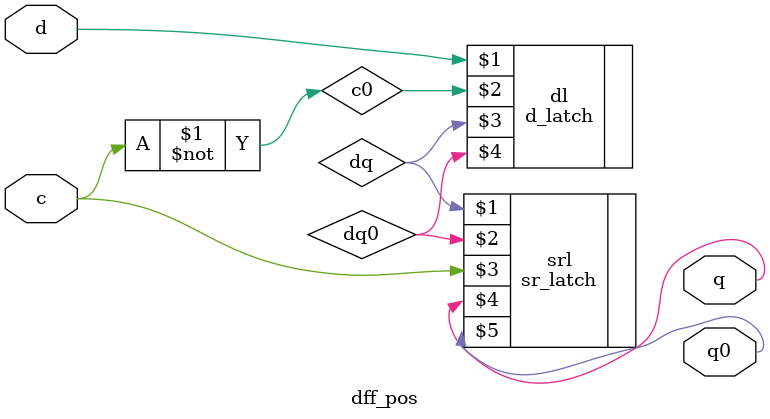
<source format=v>
module dff_pos(d, c, q, q0);
    input d;
    input c;
    output q;
    output q0;

    wire c0;
    wire dq;
    wire dq0;

    not cnot (c0, c);
    d_latch dl (d, c0, dq, dq0);
    sr_latch srl (dq, dq0, c, q, q0);
endmodule

</source>
